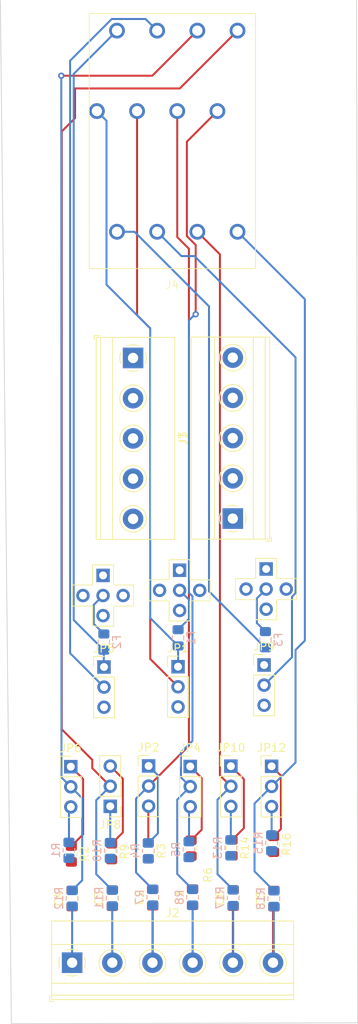
<source format=kicad_pcb>
(kicad_pcb (version 20221018) (generator pcbnew)
  (layers (0 "F.Cu" signal) (31 "B.Cu" signal) (34 "B.Paste" user) (35 "F.Paste" user) (36 "B.SilkS" user "B.Silkscreen") (37 "F.SilkS" user "F.Silkscreen") (38 "B.Mask" user) (39 "F.Mask" user) (44 "Edge.Cuts" user))
  (net 0 "")
  (net 1 "/S2DATA2")
  (net 2 "GND")
  (net 3 "/S2DATA1")
  (net 4 "/S1DATA2")
  (net 5 "/S1DATA1")
  (net 6 "/S3DATA2")
  (net 7 "/S3DATA1")
  (net 8 "/S2POWER")
  (net 9 "Net-(F1-Pad2)")
  (net 10 "/S1POWER")
  (net 11 "Net-(F2-Pad2)")
  (net 12 "/S3POWER")
  (net 13 "Net-(F3-Pad2)")
  (net 14 "+20V")
  (net 15 "+12V")
  (net 16 "+10V")
  (net 17 "+5V")
  (net 18 "/S1IN1")
  (net 19 "/S1IN2")
  (net 20 "/S1GND")
  (net 21 "/S2IN1")
  (net 22 "/S2IN2")
  (net 23 "/S2GND")
  (net 24 "/S3IN1")
  (net 25 "/S3IN2")
  (net 26 "/S3GND")
  (net 27 "Net-(JP2-A)")
  (net 28 "Net-(JP2-B)")
  (net 29 "Net-(JP4-A)")
  (net 30 "Net-(JP4-B)")
  (net 31 "Net-(JP6-A)")
  (net 32 "Net-(JP6-B)")
  (net 33 "Net-(JP8-A)")
  (net 34 "Net-(JP8-B)")
  (net 35 "Net-(JP10-A)")
  (net 36 "Net-(JP10-B)")
  (net 37 "Net-(JP12-A)")
  (net 38 "Net-(JP12-B)")
  (footprint "Capacitor_SMD:C_0805_2012Metric_Pad1.18x1.45mm_HandSolder" (layer "F.Cu") (at 163.39 127.7925 90)
    (fp_text reference "C1" (at 0 -1.68 90) (layer "F.SilkS"))
    (fp_text value "80nF")
    (pad "1" smd roundrect (at -1.0375 0 90) (size 1.175 1.45) (layers "F.Cu" "F.Paste" "F.Mask") (roundrect_rratio 0.212766) (net 1 "/S2DATA2"))
    (pad "2" smd roundrect (at 1.0375 0 90) (size 1.175 1.45) (layers "F.Cu" "F.Paste" "F.Mask") (roundrect_rratio 0.212766) (net 2 "GND"))
  )
  (footprint "Capacitor_SMD:C_0805_2012Metric_Pad1.18x1.45mm_HandSolder" (layer "F.Cu") (at 168.52 127.8925 90)
    (fp_text reference "C6" (at 0 -1.68 90) (layer "F.SilkS"))
    (fp_text value "80nF")
    (pad "1" smd roundrect (at -1.0375 0 90) (size 1.175 1.45) (layers "F.Cu" "F.Paste" "F.Mask") (roundrect_rratio 0.212766) (net 7 "/S3DATA1"))
    (pad "2" smd roundrect (at 1.0375 0 90) (size 1.175 1.45) (layers "F.Cu" "F.Paste" "F.Mask") (roundrect_rratio 0.212766) (net 2 "GND"))
  )
  (footprint "Connector_PinHeader_2.54mm:PinHeader_1x03_P2.54mm_Vertical" (layer "F.Cu") (at 173.38 111.26)
    (fp_text reference "JP12" (at 0 -2.33) (layer "F.SilkS"))
    (fp_text value "RESISTOR JUMPER 1")
    (pad "1" thru_hole rect (at 0 0) (size 1.7 1.7) (drill 1) (layers "*.Cu" "*.Mask") (net 37 "Net-(JP12-A)"))
    (pad "2" thru_hole oval (at 0 2.54) (size 1.7 1.7) (drill 1) (layers "*.Cu" "*.Mask") (net 25 "/S3IN2"))
    (pad "3" thru_hole oval (at 0 5.08) (size 1.7 1.7) (drill 1) (layers "*.Cu" "*.Mask") (net 38 "Net-(JP12-B)"))
  )
  (footprint "Resistor_SMD:R_0805_2012Metric_Pad1.20x1.40mm_HandSolder" (layer "F.Cu") (at 157.79 121.94 -90)
    (fp_text reference "R3" (at 0 -1.65 90) (layer "F.SilkS"))
    (fp_text value "100R 1%")
    (pad "1" smd roundrect (at -1 0 270) (size 1.2 1.4) (layers "F.Cu" "F.Paste" "F.Mask") (roundrect_rratio 0.208333) (net 28 "Net-(JP2-B)"))
    (pad "2" smd roundrect (at 1 0 270) (size 1.2 1.4) (layers "F.Cu" "F.Paste" "F.Mask") (roundrect_rratio 0.208333) (net 2 "GND"))
  )
  (footprint "Library:4-Way-Jumper" (layer "F.Cu") (at 161.01 95.89)
    (fp_text reference "JP3" hide)
    (fp_text value "Power_Jumpers")
    (pad "1" thru_hole rect (at 0.74 -9.39) (size 1.7 1.7) (drill 1) (layers "*.Cu" "*.Mask") (net 15 "+12V"))
    (pad "2" thru_hole circle (at 0.74 -6.85) (size 1.7 1.7) (drill 1) (layers "*.Cu" "*.Mask") (net 9 "Net-(F1-Pad2)"))
    (pad "3" thru_hole oval (at 0.74 -4.31) (size 1.7 1.7) (drill 1) (layers "*.Cu" "*.Mask") (net 17 "+5V"))
    (pad "4" thru_hole circle (at -1.8 -6.85) (size 1.7 1.7) (drill 1) (layers "*.Cu" "*.Mask") (net 16 "+10V"))
    (pad "5" thru_hole circle (at 3.28 -6.85) (size 1.7 1.7) (drill 1) (layers "*.Cu" "*.Mask") (net 14 "+20V"))
  )
  (footprint "Connector_PinHeader_2.54mm:PinHeader_1x03_P2.54mm_Vertical" (layer "F.Cu") (at 172.43 98.47)
    (fp_text reference "JP9" (at 0 -2.33) (layer "F.SilkS"))
    (fp_text value "GND OR POWER")
    (pad "1" thru_hole rect (at 0 0) (size 1.7 1.7) (drill 1) (layers "*.Cu" "*.Mask") (net 12 "/S3POWER"))
    (pad "2" thru_hole oval (at 0 2.54) (size 1.7 1.7) (drill 1) (layers "*.Cu" "*.Mask") (net 26 "/S3GND"))
    (pad "3" thru_hole oval (at 0 5.08) (size 1.7 1.7) (drill 1) (layers "*.Cu" "*.Mask") (net 2 "GND"))
  )
  (footprint "Connector_PinHeader_2.54mm:PinHeader_1x03_P2.54mm_Vertical" (layer "F.Cu") (at 157.83 111.215)
    (fp_text reference "JP2" (at 0 -2.33) (layer "F.SilkS"))
    (fp_text value "RESISTOR JUMPER 2")
    (pad "1" thru_hole rect (at 0 0) (size 1.7 1.7) (drill 1) (layers "*.Cu" "*.Mask") (net 27 "Net-(JP2-A)"))
    (pad "2" thru_hole oval (at 0 2.54) (size 1.7 1.7) (drill 1) (layers "*.Cu" "*.Mask") (net 21 "/S2IN1"))
    (pad "3" thru_hole oval (at 0 5.08) (size 1.7 1.7) (drill 1) (layers "*.Cu" "*.Mask") (net 28 "Net-(JP2-B)"))
  )
  (footprint "Capacitor_SMD:C_0805_2012Metric_Pad1.18x1.45mm_HandSolder" (layer "F.Cu") (at 158.35 127.8425 90)
    (fp_text reference "C2" (at 0 -1.68 90) (layer "F.SilkS"))
    (fp_text value "80nF")
    (pad "1" smd roundrect (at -1.0375 0 90) (size 1.175 1.45) (layers "F.Cu" "F.Paste" "F.Mask") (roundrect_rratio 0.212766) (net 3 "/S2DATA1"))
    (pad "2" smd roundrect (at 1.0375 0 90) (size 1.175 1.45) (layers "F.Cu" "F.Paste" "F.Mask") (roundrect_rratio 0.212766) (net 2 "GND"))
  )
  (footprint "Capacitor_SMD:C_0805_2012Metric_Pad1.18x1.45mm_HandSolder" (layer "F.Cu") (at 148.16 127.9525 90)
    (fp_text reference "C4" (at 0 -1.68 90) (layer "F.SilkS"))
    (fp_text value "80nF")
    (pad "1" smd roundrect (at -1.0375 0 90) (size 1.175 1.45) (layers "F.Cu" "F.Paste" "F.Mask") (roundrect_rratio 0.212766) (net 5 "/S1DATA1"))
    (pad "2" smd roundrect (at 1.0375 0 90) (size 1.175 1.45) (layers "F.Cu" "F.Paste" "F.Mask") (roundrect_rratio 0.212766) (net 2 "GND"))
  )
  (footprint "Resistor_SMD:R_0805_2012Metric_Pad1.20x1.40mm_HandSolder" (layer "F.Cu") (at 163.2 121.6 -90)
    (fp_text reference "R6" (at 3.375 -2.11 90) (layer "F.SilkS"))
    (fp_text value "10k 1%")
    (pad "1" smd roundrect (at -1 0 270) (size 1.2 1.4) (layers "F.Cu" "F.Paste" "F.Mask") (roundrect_rratio 0.208333) (net 29 "Net-(JP4-A)"))
    (pad "2" smd roundrect (at 1 0 270) (size 1.2 1.4) (layers "F.Cu" "F.Paste" "F.Mask") (roundrect_rratio 0.208333) (net 2 "GND"))
  )
  (footprint "Library:Weidmuller LM3RZF" (layer "F.Cu") (at 160.83 56.3075)
    (fp_text reference "J4" (at -0.01 -5.8475 unlocked) (layer "F.SilkS") (effects (font (thickness 0.1))))
    (fp_text value "Weidmuller LM3RZF")
    (pad "1" thru_hole circle (at -7 -37.95) (size 2 2) (drill 1.3) (layers "*.Cu" "*.Mask") (net 10 "/S1POWER"))
    (pad "2" thru_hole circle (at -1.92 -37.95) (size 2 2) (drill 1.3) (layers "*.Cu" "*.Mask") (net 20 "/S1GND"))
    (pad "3" thru_hole circle (at 3.16 -37.95) (size 2 2) (drill 1.3) (layers "*.Cu" "*.Mask") (net 18 "/S1IN1"))
    (pad "4" thru_hole circle (at 8.24 -37.95) (size 2 2) (drill 1.3) (layers "*.Cu" "*.Mask") (net 19 "/S1IN2"))
    (pad "5" thru_hole circle (at -9.54 -27.79) (size 2 2) (drill 1.3) (layers "*.Cu" "*.Mask") (net 8 "/S2POWER"))
    (pad "6" thru_hole circle (at -4.46 -27.79) (size 2 2) (drill 1.3) (layers "*.Cu" "*.Mask") (net 23 "/S2GND"))
    (pad "7" thru_hole circle (at 0.62 -27.79) (size 2 2) (drill 1.3) (layers "*.Cu" "*.Mask") (net 21 "/S2IN1"))
    (pad "8" thru_hole circle (at 5.7 -27.79) (size 2 2) (drill 1.3) (layers "*.Cu" "*.Mask") (net 22 "/S2IN2"))
    (pad "9" thru_hole circle (at -7 -12.55) (size 2 2) (drill 1.3) (layers "*.Cu" "*.Mask") (net 12 "/S3POWER"))
    (pad "10" thru_hole circle (at -1.92 -12.55) (size 2 2) (drill 1.3) (layers "*.Cu" "*.Mask") (net 26 "/S3GND"))
    (pad "11" thru_hole circle (at 3.16 -12.55) (size 2 2) (drill 1.3) (layers "*.Cu" "*.Mask") (net 24 "/S3IN1"))
    (pad "12" thru_hole circle (at 8.24 -12.55) (size 2 2) (drill 1.3) (layers "*.Cu" "*.Mask") (net 25 "/S3IN2"))
  )
  (footprint "Connector_PinHeader_2.54mm:PinHeader_1x03_P2.54mm_Vertical" (layer "F.Cu") (at 161.55 98.68)
    (fp_text reference "JP1" (at 0 -2.33) (layer "F.SilkS"))
    (fp_text value "GND OR POWER")
    (pad "1" thru_hole rect (at 0 0) (size 1.7 1.7) (drill 1) (layers "*.Cu" "*.Mask") (net 8 "/S2POWER"))
    (pad "2" thru_hole oval (at 0 2.54) (size 1.7 1.7) (drill 1) (layers "*.Cu" "*.Mask") (net 23 "/S2GND"))
    (pad "3" thru_hole oval (at 0 5.08) (size 1.7 1.7) (drill 1) (layers "*.Cu" "*.Mask") (net 2 "GND"))
  )
  (footprint "Resistor_SMD:R_0805_2012Metric_Pad1.20x1.40mm_HandSolder" (layer "F.Cu") (at 173.63 121.11 -90)
    (fp_text reference "R16" (at 0 -1.65 90) (layer "F.SilkS"))
    (fp_text value "10k 1%")
    (pad "1" smd roundrect (at -1 0 270) (size 1.2 1.4) (layers "F.Cu" "F.Paste" "F.Mask") (roundrect_rratio 0.208333) (net 37 "Net-(JP12-A)"))
    (pad "2" smd roundrect (at 1 0 270) (size 1.2 1.4) (layers "F.Cu" "F.Paste" "F.Mask") (roundrect_rratio 0.208333) (net 2 "GND"))
  )
  (footprint "Resistor_SMD:R_0805_2012Metric_Pad1.20x1.40mm_HandSolder" (layer "F.Cu") (at 168.38 121.56 -90)
    (fp_text reference "R14" (at 0 -1.65 90) (layer "F.SilkS"))
    (fp_text value "10k 1%")
    (pad "1" smd roundrect (at -1 0 270) (size 1.2 1.4) (layers "F.Cu" "F.Paste" "F.Mask") (roundrect_rratio 0.208333) (net 35 "Net-(JP10-A)"))
    (pad "2" smd roundrect (at 1 0 270) (size 1.2 1.4) (layers "F.Cu" "F.Paste" "F.Mask") (roundrect_rratio 0.208333) (net 2 "GND"))
  )
  (footprint "TerminalBlock_Phoenix:TerminalBlock_Phoenix_MKDS-1,5-5-5.08_1x05_P5.08mm_Horizontal" (layer "F.Cu") (at 155.865 59.695 -90)
    (fp_text reference "J1" (at 10.16 -6.26 90) (layer "F.SilkS"))
    (fp_text value "Power Terminal 1")
    (pad "1" thru_hole rect (at 0 0 270) (size 2.6 2.6) (drill 1.3) (layers "*.Cu" "*.Mask") (net 14 "+20V"))
    (pad "2" thru_hole circle (at 5.08 0 270) (size 2.6 2.6) (drill 1.3) (layers "*.Cu" "*.Mask") (net 15 "+12V"))
    (pad "3" thru_hole circle (at 10.16 0 270) (size 2.6 2.6) (drill 1.3) (layers "*.Cu" "*.Mask") (net 16 "+10V"))
    (pad "4" thru_hole circle (at 15.24 0 270) (size 2.6 2.6) (drill 1.3) (layers "*.Cu" "*.Mask") (net 17 "+5V"))
    (pad "5" thru_hole circle (at 20.32 0 270) (size 2.6 2.6) (drill 1.3) (layers "*.Cu" "*.Mask") (net 2 "GND"))
  )
  (footprint "Resistor_SMD:R_0805_2012Metric_Pad1.20x1.40mm_HandSolder" (layer "F.Cu") (at 148.06 122.34 -90)
    (fp_text reference "R2" (at 0 -1.65 90) (layer "F.SilkS"))
    (fp_text value "10k 1%")
    (pad "1" smd roundrect (at -1 0 270) (size 1.2 1.4) (layers "F.Cu" "F.Paste" "F.Mask") (roundrect_rratio 0.208333) (net 31 "Net-(JP6-A)"))
    (pad "2" smd roundrect (at 1 0 270) (size 1.2 1.4) (layers "F.Cu" "F.Paste" "F.Mask") (roundrect_rratio 0.208333) (net 2 "GND"))
  )
  (footprint "Capacitor_SMD:C_0805_2012Metric_Pad1.18x1.45mm_HandSolder" (layer "F.Cu") (at 173.67 127.9725 90)
    (fp_text reference "C5" (at 0 -1.68 90) (layer "F.SilkS"))
    (fp_text value "80nF")
    (pad "1" smd roundrect (at -1.0375 0 90) (size 1.175 1.45) (layers "F.Cu" "F.Paste" "F.Mask") (roundrect_rratio 0.212766) (net 6 "/S3DATA2"))
    (pad "2" smd roundrect (at 1.0375 0 90) (size 1.175 1.45) (layers "F.Cu" "F.Paste" "F.Mask") (roundrect_rratio 0.212766) (net 2 "GND"))
  )
  (footprint "Connector_PinHeader_2.54mm:PinHeader_1x03_P2.54mm_Vertical" (layer "F.Cu") (at 152.19 98.72)
    (fp_text reference "JP5" (at 0 -2.33) (layer "F.SilkS"))
    (fp_text value "GND OR POWER")
    (pad "1" thru_hole rect (at 0 0) (size 1.7 1.7) (drill 1) (layers "*.Cu" "*.Mask") (net 10 "/S1POWER"))
    (pad "2" thru_hole oval (at 0 2.54) (size 1.7 1.7) (drill 1) (layers "*.Cu" "*.Mask") (net 20 "/S1GND"))
    (pad "3" thru_hole oval (at 0 5.08) (size 1.7 1.7) (drill 1) (layers "*.Cu" "*.Mask") (net 2 "GND"))
  )
  (footprint "Connector_PinHeader_2.54mm:PinHeader_1x03_P2.54mm_Vertical" (layer "F.Cu") (at 152.98 116.315 180)
    (fp_text reference "JP8" (at 0 -2.33) (layer "F.SilkS"))
    (fp_text value "RESISTOR JUMPER 1")
    (pad "1" thru_hole rect (at 0 0 180) (size 1.7 1.7) (drill 1) (layers "*.Cu" "*.Mask") (net 33 "Net-(JP8-A)"))
    (pad "2" thru_hole oval (at 0 2.54 180) (size 1.7 1.7) (drill 1) (layers "*.Cu" "*.Mask") (net 19 "/S1IN2"))
    (pad "3" thru_hole oval (at 0 5.08 180) (size 1.7 1.7) (drill 1) (layers "*.Cu" "*.Mask") (net 34 "Net-(JP8-B)"))
  )
  (footprint "TerminalBlock_Phoenix:TerminalBlock_Phoenix_MKDS-1,5-5-5.08_1x05_P5.08mm_Horizontal" (layer "F.Cu") (at 168.47 79.975 90)
    (fp_text reference "J3" (at 10.16 -6.26 90) (layer "F.SilkS"))
    (fp_text value "Power Terminal 2")
    (pad "1" thru_hole rect (at 0 0 90) (size 2.6 2.6) (drill 1.3) (layers "*.Cu" "*.Mask") (net 14 "+20V"))
    (pad "2" thru_hole circle (at 5.08 0 90) (size 2.6 2.6) (drill 1.3) (layers "*.Cu" "*.Mask") (net 15 "+12V"))
    (pad "3" thru_hole circle (at 10.16 0 90) (size 2.6 2.6) (drill 1.3) (layers "*.Cu" "*.Mask") (net 16 "+10V"))
    (pad "4" thru_hole circle (at 15.24 0 90) (size 2.6 2.6) (drill 1.3) (layers "*.Cu" "*.Mask") (net 17 "+5V"))
    (pad "5" thru_hole circle (at 20.32 0 90) (size 2.6 2.6) (drill 1.3) (layers "*.Cu" "*.Mask") (net 2 "GND"))
  )
  (footprint "Connector_PinHeader_2.54mm:PinHeader_1x03_P2.54mm_Vertical" (layer "F.Cu") (at 168.23 111.245)
    (fp_text reference "JP10" (at 0 -2.33) (layer "F.SilkS"))
    (fp_text value "RESISTOR JUMPER 2")
    (pad "1" thru_hole rect (at 0 0) (size 1.7 1.7) (drill 1) (layers "*.Cu" "*.Mask") (net 35 "Net-(JP10-A)"))
    (pad "2" thru_hole oval (at 0 2.54) (size 1.7 1.7) (drill 1) (layers "*.Cu" "*.Mask") (net 24 "/S3IN1"))
    (pad "3" thru_hole oval (at 0 5.08) (size 1.7 1.7) (drill 1) (layers "*.Cu" "*.Mask") (net 36 "Net-(JP10-B)"))
  )
  (footprint "Library:4-Way-Jumper" (layer "F.Cu") (at 171.95 95.7325)
    (fp_text reference "JP11" hide)
    (fp_text value "Power_Jumpers")
    (pad "1" thru_hole rect (at 0.74 -9.39) (size 1.7 1.7) (drill 1) (layers "*.Cu" "*.Mask") (net 15 "+12V"))
    (pad "2" thru_hole circle (at 0.74 -6.85) (size 1.7 1.7) (drill 1) (layers "*.Cu" "*.Mask") (net 13 "Net-(F3-Pad2)"))
    (pad "3" thru_hole oval (at 0.74 -4.31) (size 1.7 1.7) (drill 1) (layers "*.Cu" "*.Mask") (net 17 "+5V"))
    (pad "4" thru_hole circle (at -1.8 -6.85) (size 1.7 1.7) (drill 1) (layers "*.Cu" "*.Mask") (net 16 "+10V"))
    (pad "5" thru_hole circle (at 3.28 -6.85) (size 1.7 1.7) (drill 1) (layers "*.Cu" "*.Mask") (net 14 "+20V"))
  )
  (footprint "Connector_PinHeader_2.54mm:PinHeader_1x03_P2.54mm_Vertical" (layer "F.Cu") (at 163.09 111.285)
    (fp_text reference "JP4" (at 0 -2.33) (layer "F.SilkS"))
    (fp_text value "RESISTOR JUMPER 1")
    (pad "1" thru_hole rect (at 0 0) (size 1.7 1.7) (drill 1) (layers "*.Cu" "*.Mask") (net 29 "Net-(JP4-A)"))
    (pad "2" thru_hole oval (at 0 2.54) (size 1.7 1.7) (drill 1) (layers "*.Cu" "*.Mask") (net 22 "/S2IN2"))
    (pad "3" thru_hole oval (at 0 5.08) (size 1.7 1.7) (drill 1) (layers "*.Cu" "*.Mask") (net 30 "Net-(JP4-B)"))
  )
  (footprint "Resistor_SMD:R_0805_2012Metric_Pad1.20x1.40mm_HandSolder" (layer "F.Cu") (at 153.14 122.04 -90)
    (fp_text reference "R9" (at 0 -1.65 90) (layer "F.SilkS"))
    (fp_text value "100R 1%")
    (pad "1" smd roundrect (at -1 0 270) (size 1.2 1.4) (layers "F.Cu" "F.Paste" "F.Mask") (roundrect_rratio 0.208333) (net 34 "Net-(JP8-B)"))
    (pad "2" smd roundrect (at 1 0 270) (size 1.2 1.4) (layers "F.Cu" "F.Paste" "F.Mask") (roundrect_rratio 0.208333) (net 2 "GND"))
  )
  (footprint "Capacitor_SMD:C_0805_2012Metric_Pad1.18x1.45mm_HandSolder" (layer "F.Cu") (at 153.24 127.9125 90)
    (fp_text reference "C3" (at 0 -1.68 90) (layer "F.SilkS"))
    (fp_text value "80nF")
    (pad "1" smd roundrect (at -1.0375 0 90) (size 1.175 1.45) (layers "F.Cu" "F.Paste" "F.Mask") (roundrect_rratio 0.212766) (net 4 "/S1DATA2"))
    (pad "2" smd roundrect (at 1.0375 0 90) (size 1.175 1.45) (layers "F.Cu" "F.Paste" "F.Mask") (roundrect_rratio 0.212766) (net 2 "GND"))
  )
  (footprint "Connector_PinHeader_2.54mm:PinHeader_1x03_P2.54mm_Vertical" (layer "F.Cu") (at 147.99 111.31)
    (fp_text reference "JP6" (at 0 -2.33) (layer "F.SilkS"))
    (fp_text value "RESISTOR JUMPER 2")
    (pad "1" thru_hole rect (at 0 0) (size 1.7 1.7) (drill 1) (layers "*.Cu" "*.Mask") (net 31 "Net-(JP6-A)"))
    (pad "2" thru_hole oval (at 0 2.54) (size 1.7 1.7) (drill 1) (layers "*.Cu" "*.Mask") (net 18 "/S1IN1"))
    (pad "3" thru_hole oval (at 0 5.08) (size 1.7 1.7) (drill 1) (layers "*.Cu" "*.Mask") (net 32 "Net-(JP6-B)"))
  )
  (footprint "Library:4-Way-Jumper" (layer "F.Cu") (at 151.33 96.545)
    (fp_text reference "JP7" hide)
    (fp_text value "Power_Jumpers")
    (pad "1" thru_hole rect (at 0.74 -9.39) (size 1.7 1.7) (drill 1) (layers "*.Cu" "*.Mask") (net 15 "+12V"))
    (pad "2" thru_hole circle (at 0.74 -6.85) (size 1.7 1.7) (drill 1) (layers "*.Cu" "*.Mask") (net 11 "Net-(F2-Pad2)"))
    (pad "3" thru_hole oval (at 0.74 -4.31) (size 1.7 1.7) (drill 1) (layers "*.Cu" "*.Mask") (net 17 "+5V"))
    (pad "4" thru_hole circle (at -1.8 -6.85) (size 1.7 1.7) (drill 1) (layers "*.Cu" "*.Mask") (net 16 "+10V"))
    (pad "5" thru_hole circle (at 3.28 -6.85) (size 1.7 1.7) (drill 1) (layers "*.Cu" "*.Mask") (net 14 "+20V"))
  )
  (footprint "TerminalBlock_Phoenix:TerminalBlock_Phoenix_MKDS-1,5-6-5.08_1x06_P5.08mm_Horizontal" (layer "F.Cu") (at 148.16 136.06)
    (fp_text reference "J2" (at 12.7 -6.26) (layer "F.SilkS"))
    (fp_text value "Data Output Terminal")
    (pad "1" thru_hole rect (at 0 0) (size 2.6 2.6) (drill 1.3) (layers "*.Cu" "*.Mask") (net 5 "/S1DATA1"))
    (pad "2" thru_hole circle (at 5.08 0) (size 2.6 2.6) (drill 1.3) (layers "*.Cu" "*.Mask") (net 4 "/S1DATA2"))
    (pad "3" thru_hole circle (at 10.16 0) (size 2.6 2.6) (drill 1.3) (layers "*.Cu" "*.Mask") (net 3 "/S2DATA1"))
    (pad "4" thru_hole circle (at 15.24 0) (size 2.6 2.6) (drill 1.3) (layers "*.Cu" "*.Mask") (net 1 "/S2DATA2"))
    (pad "5" thru_hole circle (at 20.32 0) (size 2.6 2.6) (drill 1.3) (layers "*.Cu" "*.Mask") (net 7 "/S3DATA1"))
    (pad "6" thru_hole circle (at 25.4 0) (size 2.6 2.6) (drill 1.3) (layers "*.Cu" "*.Mask") (net 6 "/S3DATA2"))
  )
  (footprint "Resistor_SMD:R_0805_2012Metric_Pad1.20x1.40mm_HandSolder" (layer "B.Cu") (at 162.94 121.77 -90)
    (fp_text reference "R5" (at 0 1.65 90) (layer "B.SilkS") (effects (justify mirror)))
    (fp_text value "100R 1%")
    (pad "1" smd roundrect (at -1 0 270) (size 1.2 1.4) (layers "B.Cu" "B.Paste" "B.Mask") (roundrect_rratio 0.208333) (net 30 "Net-(JP4-B)"))
    (pad "2" smd roundrect (at 1 0 270) (size 1.2 1.4) (layers "B.Cu" "B.Paste" "B.Mask") (roundrect_rratio 0.208333) (net 2 "GND"))
  )
  (footprint "Resistor_SMD:R_0805_2012Metric_Pad1.20x1.40mm_HandSolder" (layer "B.Cu") (at 168.52 127.86 -90)
    (fp_text reference "R17" (at 0 1.65 90) (layer "B.SilkS") (effects (justify mirror)))
    (fp_text value "100R")
    (pad "1" smd roundrect (at -1 0 270) (size 1.2 1.4) (layers "B.Cu" "B.Paste" "B.Mask") (roundrect_rratio 0.208333) (net 24 "/S3IN1"))
    (pad "2" smd roundrect (at 1 0 270) (size 1.2 1.4) (layers "B.Cu" "B.Paste" "B.Mask") (roundrect_rratio 0.208333) (net 7 "/S3DATA1"))
  )
  (footprint "Fuse:Fuse_0805_2012Metric_Pad1.15x1.40mm_HandSolder" (layer "B.Cu") (at 152.17 95.575 90)
    (fp_text reference "F2" (at 0 1.65 90) (layer "B.SilkS") (effects (justify mirror)))
    (fp_text value "50mA ")
    (pad "1" smd roundrect (at -1.025 0 90) (size 1.15 1.4) (layers "B.Cu" "B.Paste" "B.Mask") (roundrect_rratio 0.217391) (net 10 "/S1POWER"))
    (pad "2" smd roundrect (at 1.025 0 90) (size 1.15 1.4) (layers "B.Cu" "B.Paste" "B.Mask") (roundrect_rratio 0.217391) (net 11 "Net-(F2-Pad2)"))
  )
  (footprint "Resistor_SMD:R_0805_2012Metric_Pad1.20x1.40mm_HandSolder" (layer "B.Cu") (at 157.79 121.94 -90)
    (fp_text reference "R4" (at 0 1.65 90) (layer "B.SilkS") (effects (justify mirror)))
    (fp_text value "10k 1%")
    (pad "1" smd roundrect (at -1 0 270) (size 1.2 1.4) (layers "B.Cu" "B.Paste" "B.Mask") (roundrect_rratio 0.208333) (net 27 "Net-(JP2-A)"))
    (pad "2" smd roundrect (at 1 0 270) (size 1.2 1.4) (layers "B.Cu" "B.Paste" "B.Mask") (roundrect_rratio 0.208333) (net 2 "GND"))
  )
  (footprint "Resistor_SMD:R_0805_2012Metric_Pad1.20x1.40mm_HandSolder" (layer "B.Cu") (at 147.76 121.87 -90)
    (fp_text reference "R1" (at 0 1.65 90) (layer "B.SilkS") (effects (justify mirror)))
    (fp_text value "100R 1%")
    (pad "1" smd roundrect (at -1 0 270) (size 1.2 1.4) (layers "B.Cu" "B.Paste" "B.Mask") (roundrect_rratio 0.208333) (net 32 "Net-(JP6-B)"))
    (pad "2" smd roundrect (at 1 0 270) (size 1.2 1.4) (layers "B.Cu" "B.Paste" "B.Mask") (roundrect_rratio 0.208333) (net 2 "GND"))
  )
  (footprint "Resistor_SMD:R_0805_2012Metric_Pad1.20x1.40mm_HandSolder" (layer "B.Cu") (at 148.16 127.93 -90)
    (fp_text reference "R12" (at 0 1.65 90) (layer "B.SilkS") (effects (justify mirror)))
    (fp_text value "100R")
    (pad "1" smd roundrect (at -1 0 270) (size 1.2 1.4) (layers "B.Cu" "B.Paste" "B.Mask") (roundrect_rratio 0.208333) (net 18 "/S1IN1"))
    (pad "2" smd roundrect (at 1 0 270) (size 1.2 1.4) (layers "B.Cu" "B.Paste" "B.Mask") (roundrect_rratio 0.208333) (net 5 "/S1DATA1"))
  )
  (footprint "Resistor_SMD:R_0805_2012Metric_Pad1.20x1.40mm_HandSolder" (layer "B.Cu") (at 158.36 127.79 -90)
    (fp_text reference "R7" (at 0 1.65 90) (layer "B.SilkS") (effects (justify mirror)))
    (fp_text value "100R")
    (pad "1" smd roundrect (at -1 0 270) (size 1.2 1.4) (layers "B.Cu" "B.Paste" "B.Mask") (roundrect_rratio 0.208333) (net 21 "/S2IN1"))
    (pad "2" smd roundrect (at 1 0 270) (size 1.2 1.4) (layers "B.Cu" "B.Paste" "B.Mask") (roundrect_rratio 0.208333) (net 3 "/S2DATA1"))
  )
  (footprint "Resistor_SMD:R_0805_2012Metric_Pad1.20x1.40mm_HandSolder" (layer "B.Cu") (at 168.22 121.56 -90)
    (fp_text reference "R13" (at 0 1.65 90) (layer "B.SilkS") (effects (justify mirror)))
    (fp_text value "100R 1%")
    (pad "1" smd roundrect (at -1 0 270) (size 1.2 1.4) (layers "B.Cu" "B.Paste" "B.Mask") (roundrect_rratio 0.208333) (net 36 "Net-(JP10-B)"))
    (pad "2" smd roundrect (at 1 0 270) (size 1.2 1.4) (layers "B.Cu" "B.Paste" "B.Mask") (roundrect_rratio 0.208333) (net 2 "GND"))
  )
  (footprint "Resistor_SMD:R_0805_2012Metric_Pad1.20x1.40mm_HandSolder" (layer "B.Cu") (at 173.66 127.97 -90)
    (fp_text reference "R18" (at 0 1.65 90) (layer "B.SilkS") (effects (justify mirror)))
    (fp_text value "100R")
    (pad "1" smd roundrect (at -1 0 270) (size 1.2 1.4) (layers "B.Cu" "B.Paste" "B.Mask") (roundrect_rratio 0.208333) (net 25 "/S3IN2"))
    (pad "2" smd roundrect (at 1 0 270) (size 1.2 1.4) (layers "B.Cu" "B.Paste" "B.Mask") (roundrect_rratio 0.208333) (net 6 "/S3DATA2"))
  )
  (footprint "Resistor_SMD:R_0805_2012Metric_Pad1.20x1.40mm_HandSolder" (layer "B.Cu") (at 153.23 127.9 -90)
    (fp_text reference "R11" (at 0 1.65 90) (layer "B.SilkS") (effects (justify mirror)))
    (fp_text value "100R")
    (pad "1" smd roundrect (at -1 0 270) (size 1.2 1.4) (layers "B.Cu" "B.Paste" "B.Mask") (roundrect_rratio 0.208333) (net 19 "/S1IN2"))
    (pad "2" smd roundrect (at 1 0 270) (size 1.2 1.4) (layers "B.Cu" "B.Paste" "B.Mask") (roundrect_rratio 0.208333) (net 4 "/S1DATA2"))
  )
  (footprint "Resistor_SMD:R_0805_2012Metric_Pad1.20x1.40mm_HandSolder" (layer "B.Cu") (at 173.38 120.93 -90)
    (fp_text reference "R15" (at 0 1.65 90) (layer "B.SilkS") (effects (justify mirror)))
    (fp_text value "100R 1%")
    (pad "1" smd roundrect (at -1 0 270) (size 1.2 1.4) (layers "B.Cu" "B.Paste" "B.Mask") (roundrect_rratio 0.208333) (net 38 "Net-(JP12-B)"))
    (pad "2" smd roundrect (at 1 0 270) (size 1.2 1.4) (layers "B.Cu" "B.Paste" "B.Mask") (roundrect_rratio 0.208333) (net 2 "GND"))
  )
  (footprint "Resistor_SMD:R_0805_2012Metric_Pad1.20x1.40mm_HandSolder" (layer "B.Cu") (at 163.39 127.8 -90)
    (fp_text reference "R8" (at 0 1.65 90) (layer "B.SilkS") (effects (justify mirror)))
    (fp_text value "100R")
    (pad "1" smd roundrect (at -1 0 270) (size 1.2 1.4) (layers "B.Cu" "B.Paste" "B.Mask") (roundrect_rratio 0.208333) (net 22 "/S2IN2"))
    (pad "2" smd roundrect (at 1 0 270) (size 1.2 1.4) (layers "B.Cu" "B.Paste" "B.Mask") (roundrect_rratio 0.208333) (net 1 "/S2DATA2"))
  )
  (footprint "Fuse:Fuse_0805_2012Metric_Pad1.15x1.40mm_HandSolder" (layer "B.Cu") (at 161.56 95.035 90)
    (fp_text reference "F1" (at 0 1.65 90) (layer "B.SilkS") (effects (justify mirror)))
    (fp_text value "50mA ")
    (pad "1" smd roundrect (at -1.025 0 90) (size 1.15 1.4) (layers "B.Cu" "B.Paste" "B.Mask") (roundrect_rratio 0.217391) (net 8 "/S2POWER"))
    (pad "2" smd roundrect (at 1.025 0 90) (size 1.15 1.4) (layers "B.Cu" "B.Paste" "B.Mask") (roundrect_rratio 0.217391) (net 9 "Net-(F1-Pad2)"))
  )
  (footprint "Fuse:Fuse_0805_2012Metric_Pad1.15x1.40mm_HandSolder" (layer "B.Cu") (at 172.6 95.275 90)
    (fp_text reference "F3" (at 0 1.65 90) (layer "B.SilkS") (effects (justify mirror)))
    (fp_text value "50mA ")
    (pad "1" smd roundrect (at -1.025 0 90) (size 1.15 1.4) (layers "B.Cu" "B.Paste" "B.Mask") (roundrect_rratio 0.217391) (net 12 "/S3POWER"))
    (pad "2" smd roundrect (at 1.025 0 90) (size 1.15 1.4) (layers "B.Cu" "B.Paste" "B.Mask") (roundrect_rratio 0.217391) (net 13 "Net-(F3-Pad2)"))
  )
  (footprint "Resistor_SMD:R_0805_2012Metric_Pad1.20x1.40mm_HandSolder" (layer "B.Cu") (at 152.98 121.9 -90)
    (fp_text reference "R10" (at 0 1.65 90) (layer "B.SilkS") (effects (justify mirror)))
    (fp_text value "10k 1%")
    (pad "1" smd roundrect (at -1 0 270) (size 1.2 1.4) (layers "B.Cu" "B.Paste" "B.Mask") (roundrect_rratio 0.208333) (net 33 "Net-(JP8-A)"))
    (pad "2" smd roundrect (at 1 0 270) (size 1.2 1.4) (layers "B.Cu" "B.Paste" "B.Mask") (roundrect_rratio 0.208333) (net 2 "GND"))
  )
  (gr_line (start 184.26 143.65) (end 184.13 14.54) (stroke (width 0.1)) (layer "Edge.Cuts"))
  (gr_line (start 139.09 14.59) (end 140.48 143.77) (stroke (width 0.1)) (layer "Edge.Cuts"))
  (gr_line (start 140.48 143.77) (end 184.26 143.65) (stroke (width 0.1)) (layer "Edge.Cuts"))
  (segment (start 163.4 128.84) (end 163.39 128.83) (width 0.25) (layer "F.Cu") (net 1))
  (segment (start 163.4 136.06) (end 163.4 128.84) (width 0.25) (layer "F.Cu") (net 1))
  (segment (start 163.39 128.8) (end 163.39 136.05) (width 0.25) (layer "B.Cu") (net 1))
  (segment (start 163.39 136.05) (end 163.4 136.06) (width 0.25) (layer "B.Cu") (net 1))
  (segment (start 158.32 128.91) (end 158.35 128.88) (width 0.25) (layer "F.Cu") (net 3))
  (segment (start 158.32 136.06) (end 158.32 128.91) (width 0.25) (layer "F.Cu") (net 3))
  (segment (start 158.36 136.02) (end 158.32 136.06) (width 0.25) (layer "B.Cu") (net 3))
  (segment (start 158.36 128.79) (end 158.36 136.02) (width 0.25) (layer "B.Cu") (net 3))
  (segment (start 153.24 136.06) (end 153.24 128.95) (width 0.25) (layer "F.Cu") (net 4))
  (segment (start 153.23 128.9) (end 153.23 136.05) (width 0.25) (layer "B.Cu") (net 4))
  (segment (start 153.23 136.05) (end 153.24 136.06) (width 0.25) (layer "B.Cu") (net 4))
  (segment (start 148.16 136.06) (end 148.16 128.99) (width 0.25) (layer "F.Cu") (net 5))
  (segment (start 148.16 128.93) (end 148.16 136.06) (width 0.25) (layer "B.Cu") (net 5))
  (segment (start 173.56 136.06) (end 173.56 129.12) (width 0.25) (layer "F.Cu") (net 6))
  (segment (start 173.56 129.12) (end 173.67 129.01) (width 0.25) (layer "F.Cu") (net 6))
  (segment (start 173.66 135.96) (end 173.56 136.06) (width 0.25) (layer "B.Cu") (net 6))
  (segment (start 173.66 128.97) (end 173.66 135.96) (width 0.25) (layer "B.Cu") (net 6))
  (segment (start 168.48 136.06) (end 168.48 128.97) (width 0.25) (layer "F.Cu") (net 7))
  (segment (start 168.48 128.97) (end 168.52 128.93) (width 0.25) (layer "F.Cu") (net 7))
  (segment (start 168.52 136.02) (end 168.48 136.06) (width 0.25) (layer "B.Cu") (net 7))
  (segment (start 168.52 128.86) (end 168.52 136.02) (width 0.25) (layer "B.Cu") (net 7))
  (segment (start 161.56 96.06) (end 158.035 92.535) (width 0.25) (layer "B.Cu") (net 8))
  (segment (start 161.56 96.06) (end 161.56 98.67) (width 0.25) (layer "B.Cu") (net 8))
  (segment (start 161.56 98.67) (end 161.55 98.68) (width 0.25) (layer "B.Cu") (net 8))
  (segment (start 152.505 50.435) (end 152.505 29.7325) (width 0.25) (layer "B.Cu") (net 8))
  (segment (start 158.035 55.965) (end 152.505 50.435) (width 0.25) (layer "B.Cu") (net 8))
  (segment (start 152.505 29.7325) (end 151.29 28.5175) (width 0.25) (layer "B.Cu") (net 8))
  (segment (start 151.29 28.5175) (end 150.895 28.9125) (width 0.25) (layer "B.Cu") (net 8))
  (segment (start 158.035 92.535) (end 158.035 55.965) (width 0.25) (layer "B.Cu") (net 8))
  (segment (start 162.925 90.215) (end 161.75 89.04) (width 0.25) (layer "B.Cu") (net 9))
  (segment (start 161.56 94.01) (end 162.925 92.645) (width 0.25) (layer "B.Cu") (net 9))
  (segment (start 162.925 92.645) (end 162.925 90.215) (width 0.25) (layer "B.Cu") (net 9))
  (segment (start 148.355 23.8325) (end 153.83 18.3575) (width 0.25) (layer "B.Cu") (net 10))
  (segment (start 152.16 96.58) (end 152.16 98.69) (width 0.25) (layer "B.Cu") (net 10))
  (segment (start 152.17 96.6) (end 148.355 92.785) (width 0.25) (layer "B.Cu") (net 10))
  (segment (start 148.355 92.785) (end 148.355 23.8325) (width 0.25) (layer "B.Cu") (net 10))
  (segment (start 152.16 98.69) (end 152.19 98.72) (width 0.25) (layer "B.Cu") (net 10))
  (segment (start 152.16 94.53) (end 150.895 93.265) (width 0.25) (layer "B.Cu") (net 11))
  (segment (start 150.895 93.265) (end 150.895 90.87) (width 0.25) (layer "B.Cu") (net 11))
  (segment (start 150.895 90.87) (end 152.07 89.695) (width 0.25) (layer "B.Cu") (net 11))
  (segment (start 165.465 89.165) (end 165.465 53.175) (width 0.25) (layer "B.Cu") (net 12))
  (segment (start 156.0475 43.7575) (end 153.83 43.7575) (width 0.25) (layer "B.Cu") (net 12))
  (segment (start 165.465 53.175) (end 156.0475 43.7575) (width 0.25) (layer "B.Cu") (net 12))
  (segment (start 172.6 96.3) (end 165.465 89.165) (width 0.25) (layer "B.Cu") (net 12))
  (segment (start 172.6 94.25) (end 171.515 93.165) (width 0.25) (layer "B.Cu") (net 13))
  (segment (start 171.515 93.165) (end 171.515 90.0575) (width 0.25) (layer "B.Cu") (net 13))
  (segment (start 171.515 90.0575) (end 172.69 88.8825) (width 0.25) (layer "B.Cu") (net 13))
  (segment (start 158.2975 24.05) (end 163.99 18.3575) (width 0.25) (layer "F.Cu") (net 18))
  (segment (start 146.79 24.05) (end 158.2975 24.05) (width 0.25) (layer "F.Cu") (net 18))
  (via (at 146.79 24.05) (size 0.8) (drill 0.4) (layers "F.Cu" "B.Cu") (net 18))
  (segment (start 149.435 115.295) (end 149.435 125.655) (width 0.25) (layer "B.Cu") (net 18))
  (segment (start 149.435 125.655) (end 148.16 126.93) (width 0.25) (layer "B.Cu") (net 18))
  (segment (start 146.815 112.675) (end 146.79 24.05) (width 0.25) (layer "B.Cu") (net 18))
  (segment (start 147.99 113.85) (end 146.815 112.675) (width 0.25) (layer "B.Cu") (net 18))
  (segment (start 146.79 24.05) (end 146.815 24.07) (width 0.25) (layer "B.Cu") (net 18))
  (segment (start 149.435 115.295) (end 147.99 113.85) (width 0.25) (layer "B.Cu") (net 18))
  (segment (start 146.85 31.083666) (end 148.53 29.403666) (width 0.25) (layer "F.Cu") (net 19))
  (segment (start 150.705 111.5) (end 150.705 110.445) (width 0.25) (layer "F.Cu") (net 19))
  (segment (start 148.53 29.403666) (end 148.53 25.66) (width 0.25) (layer "F.Cu") (net 19))
  (segment (start 161.7675 25.66) (end 169.07 18.3575) (width 0.25) (layer "F.Cu") (net 19))
  (segment (start 148.53 25.66) (end 161.7675 25.66) (width 0.25) (layer "F.Cu") (net 19))
  (segment (start 146.85 106.59) (end 146.85 31.083666) (width 0.25) (layer "F.Cu") (net 19))
  (segment (start 152.98 113.775) (end 150.705 111.5) (width 0.25) (layer "F.Cu") (net 19))
  (segment (start 150.705 110.445) (end 146.85 106.59) (width 0.25) (layer "F.Cu") (net 19))
  (segment (start 151.21 115.545) (end 152.98 113.775) (width 0.25) (layer "B.Cu") (net 19))
  (segment (start 151.21 124.88) (end 153.23 126.9) (width 0.25) (layer "B.Cu") (net 19))
  (segment (start 151.21 115.545) (end 151.21 124.88) (width 0.25) (layer "B.Cu") (net 19))
  (segment (start 157.4425 16.89) (end 153.17 16.89) (width 0.25) (layer "B.Cu") (net 20))
  (segment (start 147.905 96.975) (end 147.905 22.155) (width 0.25) (layer "B.Cu") (net 20))
  (segment (start 152.19 101.26) (end 147.905 96.975) (width 0.25) (layer "B.Cu") (net 20))
  (segment (start 147.905 22.155) (end 153.17 16.89) (width 0.25) (layer "B.Cu") (net 20))
  (segment (start 158.91 18.3575) (end 157.4425 16.89) (width 0.25) (layer "B.Cu") (net 20))
  (segment (start 161.45 44.43) (end 162.925 45.905) (width 0.25) (layer "F.Cu") (net 21))
  (segment (start 162.925 45.905) (end 162.925 108.66) (width 0.25) (layer "F.Cu") (net 21))
  (segment (start 162.925 108.66) (end 157.83 113.755) (width 0.25) (layer "F.Cu") (net 21))
  (segment (start 161.45 28.5175) (end 161.45 44.43) (width 0.25) (layer "F.Cu") (net 21))
  (segment (start 156.24 115.345) (end 157.83 113.755) (width 0.25) (layer "B.Cu") (net 21))
  (segment (start 156.24 124.67) (end 158.36 126.79) (width 0.25) (layer "B.Cu") (net 21))
  (segment (start 156.24 115.345) (end 156.24 124.67) (width 0.25) (layer "B.Cu") (net 21))
  (segment (start 162.665 32.3825) (end 166.53 28.5175) (width 0.25) (layer "F.Cu") (net 22))
  (segment (start 163.78 45.421334) (end 162.665 44.306334) (width 0.25) (layer "F.Cu") (net 22))
  (segment (start 163.78 54.18) (end 163.78 45.421334) (width 0.25) (layer "F.Cu") (net 22))
  (segment (start 162.665 44.306334) (end 162.665 32.3825) (width 0.25) (layer "F.Cu") (net 22))
  (via (at 163.78 54.18) (size 0.8) (drill 0.4) (layers "F.Cu" "B.Cu") (net 22))
  (segment (start 163.09 113.825) (end 161.915 112.65) (width 0.25) (layer "B.Cu") (net 22))
  (segment (start 161.915 112.65) (end 161.915 109.505) (width 0.25) (layer "B.Cu") (net 22))
  (segment (start 163.78 54.18) (end 163.78 54.1) (width 0.25) (layer "B.Cu") (net 22))
  (segment (start 163.375 89.785054) (end 162.925 89.335054) (width 0.25) (layer "B.Cu") (net 22))
  (segment (start 163.78 54.1) (end 163.7 54.18) (width 0.25) (layer "B.Cu") (net 22))
  (segment (start 161.45 115.465) (end 163.09 113.825) (width 0.25) (layer "B.Cu") (net 22))
  (segment (start 161.915 109.505) (end 163.375 108.045) (width 0.25) (layer "B.Cu") (net 22))
  (segment (start 161.45 115.465) (end 161.45 124.86) (width 0.25) (layer "B.Cu") (net 22))
  (segment (start 162.925 89.335054) (end 162.925 54.955) (width 0.25) (layer "B.Cu") (net 22))
  (segment (start 162.925 54.955) (end 163.7 54.18) (width 0.25) (layer "B.Cu") (net 22))
  (segment (start 161.45 124.86) (end 163.39 126.8) (width 0.25) (layer "B.Cu") (net 22))
  (segment (start 163.375 108.045) (end 163.375 89.785054) (width 0.25) (layer "B.Cu") (net 22))
  (segment (start 163.7 54.18) (end 163.78 54.18) (width 0.25) (layer "B.Cu") (net 22))
  (segment (start 161.55 101.22) (end 158.035 97.705) (width 0.25) (layer "F.Cu") (net 23))
  (segment (start 158.035 97.705) (end 158.035 55.945) (width 0.25) (layer "F.Cu") (net 23))
  (segment (start 156.37 54.28) (end 156.37 28.5175) (width 0.25) (layer "F.Cu") (net 23))
  (segment (start 158.035 55.945) (end 156.37 54.28) (width 0.25) (layer "F.Cu") (net 23))
  (segment (start 168.23 113.785) (end 166.845 112.4) (width 0.25) (layer "F.Cu") (net 24))
  (segment (start 166.845 112.4) (end 166.845 46.6125) (width 0.25) (layer "F.Cu") (net 24))
  (segment (start 166.845 46.6125) (end 163.99 43.7575) (width 0.25) (layer "F.Cu") (net 24))
  (segment (start 166.54 115.475) (end 168.23 113.785) (width 0.25) (layer "B.Cu") (net 24))
  (segment (start 166.54 115.475) (end 166.54 124.88) (width 0.25) (layer "B.Cu") (net 24))
  (segment (start 166.54 124.88) (end 168.52 126.86) (width 0.25) (layer "B.Cu") (net 24))
  (segment (start 171.22 124.53) (end 173.66 126.97) (width 0.25) (layer "B.Cu") (net 25))
  (segment (start 173.38 113.8) (end 176.405 110.775) (width 0.25) (layer "B.Cu") (net 25))
  (segment (start 176.405 110.775) (end 176.405 96.565) (width 0.25) (layer "B.Cu") (net 25))
  (segment (start 177.58 95.39) (end 177.58 52.2675) (width 0.25) (layer "B.Cu") (net 25))
  (segment (start 176.405 96.565) (end 177.58 95.39) (width 0.25) (layer "B.Cu") (net 25))
  (segment (start 173.38 113.8) (end 171.22 115.96) (width 0.25) (layer "B.Cu") (net 25))
  (segment (start 171.22 115.96) (end 171.22 124.53) (width 0.25) (layer "B.Cu") (net 25))
  (segment (start 177.58 52.2675) (end 169.07 43.7575) (width 0.25) (layer "B.Cu") (net 25))
  (segment (start 163.62 46.83) (end 161.9825 46.83) (width 0.25) (layer "B.Cu") (net 26))
  (segment (start 172.43 101.01) (end 175.955 97.485) (width 0.25) (layer "B.Cu") (net 26))
  (segment (start 175.955 89.845) (end 176.405 89.395) (width 0.25) (layer "B.Cu") (net 26))
  (segment (start 175.955 97.485) (end 175.955 89.845) (width 0.25) (layer "B.Cu") (net 26))
  (segment (start 161.9825 46.83) (end 158.91 43.7575) (width 0.25) (layer "B.Cu") (net 26))
  (segment (start 176.405 89.395) (end 176.405 59.615) (width 0.25) (layer "B.Cu") (net 26))
  (segment (start 176.405 59.615) (end 163.62 46.83) (width 0.25) (layer "B.Cu") (net 26))
  (segment (start 159.005 112.39) (end 157.83 111.215) (width 0.25) (layer "B.Cu") (net 27))
  (segment (start 159.005 119.725) (end 159.005 112.39) (width 0.25) (layer "B.Cu") (net 27))
  (segment (start 157.79 120.94) (end 159.005 119.725) (width 0.25) (layer "B.Cu") (net 27))
  (segment (start 157.79 116.335) (end 157.83 116.295) (width 0.25) (layer "F.Cu") (net 28))
  (segment (start 157.79 120.94) (end 157.79 116.335) (width 0.25) (layer "F.Cu") (net 28))
  (segment (start 157.79 116.335) (end 157.83 116.295) (width 0.25) (layer "B.Cu") (net 28))
  (segment (start 164.54 119.26) (end 164.54 112.735) (width 0.25) (layer "F.Cu") (net 29))
  (segment (start 164.54 112.735) (end 163.09 111.285) (width 0.25) (layer "F.Cu") (net 29))
  (segment (start 163.2 120.6) (end 164.54 119.26) (width 0.25) (layer "F.Cu") (net 29))
  (segment (start 162.94 120.77) (end 162.94 116.515) (width 0.25) (layer "B.Cu") (net 30))
  (segment (start 162.94 116.515) (end 163.09 116.365) (width 0.25) (layer "B.Cu") (net 30))
  (segment (start 149.55 119.85) (end 149.55 112.87) (width 0.25) (layer "F.Cu") (net 31))
  (segment (start 148.06 121.34) (end 149.55 119.85) (width 0.25) (layer "F.Cu") (net 31))
  (segment (start 149.55 112.87) (end 147.99 111.31) (width 0.25) (layer "F.Cu") (net 31))
  (segment (start 147.76 116.62) (end 147.99 116.39) (width 0.25) (layer "B.Cu") (net 32))
  (segment (start 147.76 120.87) (end 147.76 116.62) (width 0.25) (layer "B.Cu") (net 32))
  (segment (start 152.98 120.9) (end 152.98 116.315) (width 0.25) (layer "B.Cu") (net 33))
  (segment (start 154.57 119.61) (end 154.57 112.825) (width 0.25) (layer "F.Cu") (net 34))
  (segment (start 153.14 121.04) (end 154.57 119.61) (width 0.25) (layer "F.Cu") (net 34))
  (segment (start 154.57 112.825) (end 152.98 111.235) (width 0.25) (layer "F.Cu") (net 34))
  (segment (start 169.87 119.07) (end 169.87 112.885) (width 0.25) (layer "F.Cu") (net 35))
  (segment (start 169.87 112.885) (end 168.23 111.245) (width 0.25) (layer "F.Cu") (net 35))
  (segment (start 168.38 120.56) (end 169.87 119.07) (width 0.25) (layer "F.Cu") (net 35))
  (segment (start 168.22 120.56) (end 168.22 116.335) (width 0.25) (layer "B.Cu") (net 36))
  (segment (start 168.22 116.335) (end 168.23 116.325) (width 0.25) (layer "B.Cu") (net 36))
  (segment (start 174.555 112.435) (end 173.38 111.26) (width 0.25) (layer "F.Cu") (net 37))
  (segment (start 174.555 119.185) (end 174.555 112.435) (width 0.25) (layer "F.Cu") (net 37))
  (segment (start 173.63 120.11) (end 174.555 119.185) (width 0.25) (layer "F.Cu") (net 37))
  (segment (start 173.38 119.93) (end 173.38 116.34) (width 0.25) (layer "B.Cu") (net 38))
)
</source>
